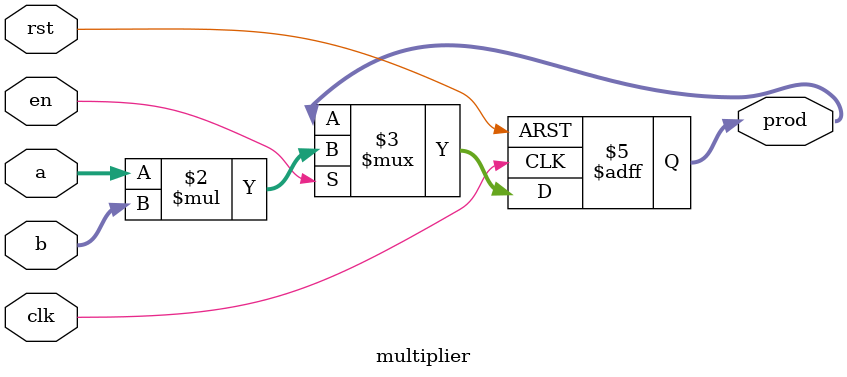
<source format=v>
module multiplier #(
    parameter A_WIDTH = 8,
    parameter B_WIDTH = 8
)(
    input  wire                    clk,
    input                         rst,    
    input  wire                    en,     
    input  wire [A_WIDTH-1:0]      a,       
    input  wire [B_WIDTH-1:0]      b,       
    output reg  [A_WIDTH+B_WIDTH-1:0] prod   
);
    
    always @(posedge clk or posedge rst) begin
        if (rst) begin
            prod <= 0;
        end
        else if (en) begin
            prod <= a * b;             
        end
    end

endmodule
</source>
